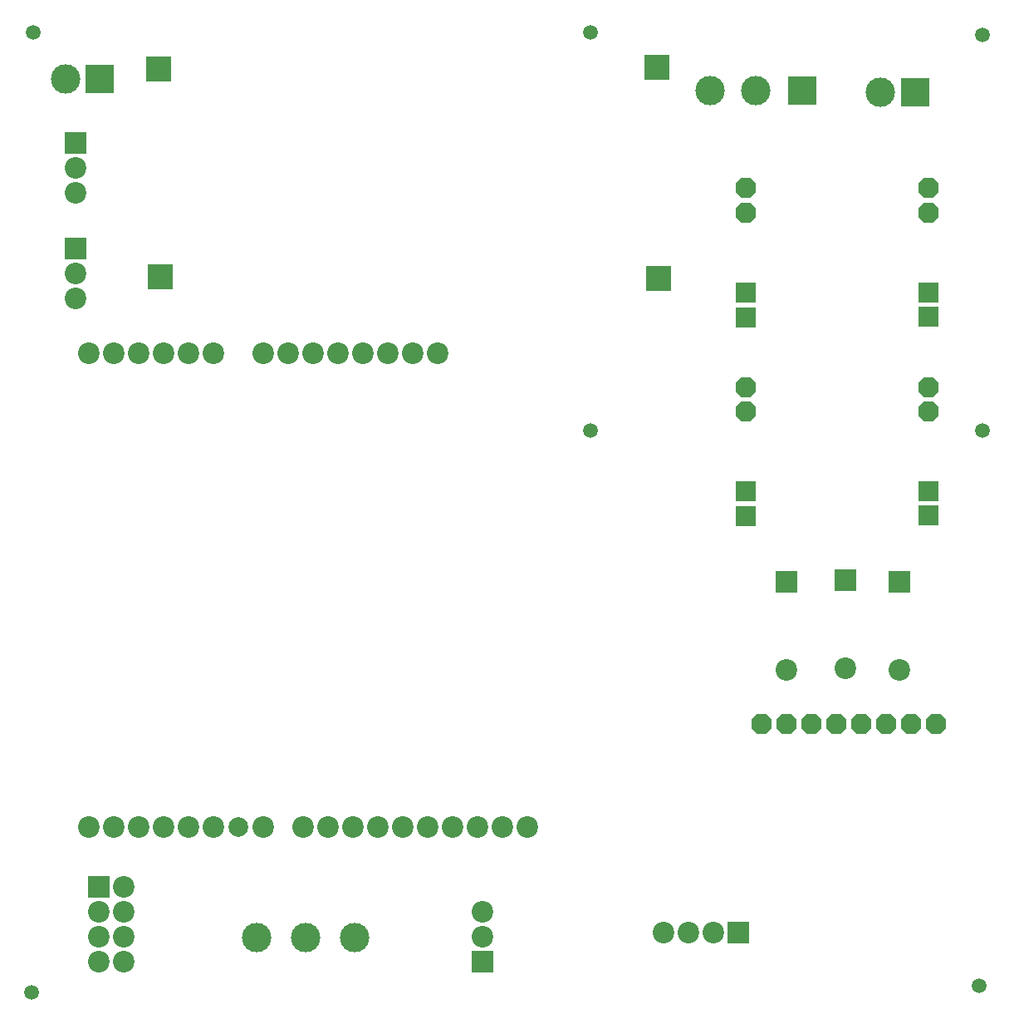
<source format=gtl>
G04*
G04 #@! TF.GenerationSoftware,Altium Limited,Altium Designer,23.0.1 (38)*
G04*
G04 Layer_Physical_Order=1*
G04 Layer_Color=255*
%FSLAX42Y42*%
%MOMM*%
G71*
G04*
G04 #@! TF.SameCoordinates,5E3E34A1-7FEC-4214-86D8-9FB3ECCAC709*
G04*
G04*
G04 #@! TF.FilePolarity,Positive*
G04*
G01*
G75*
%ADD18R,2.20X2.20*%
%ADD19C,2.20*%
%ADD24C,3.00*%
%ADD25R,3.00X3.00*%
%ADD33R,3.00X3.00*%
G04:AMPARAMS|DCode=34|XSize=2mm|YSize=2mm|CornerRadius=0mm|HoleSize=0mm|Usage=FLASHONLY|Rotation=0.000|XOffset=0mm|YOffset=0mm|HoleType=Round|Shape=Octagon|*
%AMOCTAGOND34*
4,1,8,1.00,-0.50,1.00,0.50,0.50,1.00,-0.50,1.00,-1.00,0.50,-1.00,-0.50,-0.50,-1.00,0.50,-1.00,1.00,-0.50,0.0*
%
%ADD34OCTAGOND34*%

%ADD35R,2.00X2.00*%
%ADD36R,2.50X2.50*%
%ADD37C,2.00*%
%ADD38R,2.20X2.20*%
%ADD39C,1.52*%
G04:AMPARAMS|DCode=40|XSize=2mm|YSize=2mm|CornerRadius=0mm|HoleSize=0mm|Usage=FLASHONLY|Rotation=270.000|XOffset=0mm|YOffset=0mm|HoleType=Round|Shape=Octagon|*
%AMOCTAGOND40*
4,1,8,-0.50,-1.00,0.50,-1.00,1.00,-0.50,1.00,0.50,0.50,1.00,-0.50,1.00,-1.00,0.50,-1.00,-0.50,-0.50,-1.00,0.0*
%
%ADD40OCTAGOND40*%

D18*
X9818Y5955D02*
D03*
D19*
X9564D02*
D03*
X9310D02*
D03*
X9056D02*
D03*
X4969Y7029D02*
D03*
X4461D02*
D03*
X4207D02*
D03*
X3953D02*
D03*
X3699D02*
D03*
X3445D02*
D03*
X3191D02*
D03*
X7661D02*
D03*
X7407D02*
D03*
X7153D02*
D03*
X6899D02*
D03*
X6645D02*
D03*
X6391D02*
D03*
X6137D02*
D03*
X5883D02*
D03*
X5629D02*
D03*
X5375D02*
D03*
X3191Y11855D02*
D03*
X3445D02*
D03*
X3699D02*
D03*
X3953D02*
D03*
X4207D02*
D03*
X4461D02*
D03*
X4969D02*
D03*
X5223D02*
D03*
X5477D02*
D03*
X5731D02*
D03*
X5985D02*
D03*
X6239D02*
D03*
X6493D02*
D03*
X6747D02*
D03*
X3060Y12669D02*
D03*
Y12415D02*
D03*
X3055Y13740D02*
D03*
Y13486D02*
D03*
X7205Y6163D02*
D03*
Y5909D02*
D03*
X3550Y5657D02*
D03*
X3296D02*
D03*
X3550Y5911D02*
D03*
Y6165D02*
D03*
X3296Y5911D02*
D03*
Y6165D02*
D03*
X3550Y6419D02*
D03*
X11460Y8625D02*
D03*
X10910Y8645D02*
D03*
X10305Y8625D02*
D03*
D24*
X11265Y14510D02*
D03*
X9525Y14530D02*
D03*
X9995D02*
D03*
X2955Y14650D02*
D03*
X5405Y5900D02*
D03*
X4905D02*
D03*
X5905D02*
D03*
D25*
X10465Y14530D02*
D03*
D33*
X11615Y14510D02*
D03*
X3305Y14650D02*
D03*
D34*
X11750Y11260D02*
D03*
X9890Y11510D02*
D03*
X11750D02*
D03*
X9890Y11260D02*
D03*
X11750Y13285D02*
D03*
X9890Y13535D02*
D03*
X11750D02*
D03*
X9890Y13285D02*
D03*
D35*
X11750Y10200D02*
D03*
Y10450D02*
D03*
X9890Y10190D02*
D03*
X9890Y10450D02*
D03*
X11750Y12225D02*
D03*
Y12475D02*
D03*
X9890Y12215D02*
D03*
X9890Y12475D02*
D03*
D36*
X3919Y12628D02*
D03*
X3907Y14749D02*
D03*
X8987Y14762D02*
D03*
X8999Y12616D02*
D03*
D37*
X4715Y7029D02*
D03*
D38*
X3060Y12923D02*
D03*
X3055Y13994D02*
D03*
X7205Y5655D02*
D03*
X3296Y6419D02*
D03*
X11460Y9525D02*
D03*
X10910Y9545D02*
D03*
X10305Y9525D02*
D03*
D39*
X12305Y15100D02*
D03*
X2610Y5345D02*
D03*
X2630Y15125D02*
D03*
X8305Y15120D02*
D03*
X12270Y5410D02*
D03*
X12305Y11065D02*
D03*
X8305D02*
D03*
D40*
X10049Y8077D02*
D03*
X10303D02*
D03*
X10557D02*
D03*
X10811D02*
D03*
X11065D02*
D03*
X11319D02*
D03*
X11573D02*
D03*
X11827D02*
D03*
M02*

</source>
